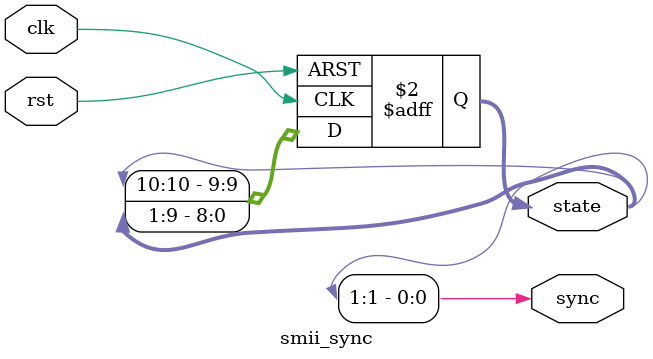
<source format=v>
module smii_sync
  (
   // SMII sync
    output            sync,
   // internal
    output reg [1:10] state,
   // clock amd reset
    input 	      clk,
    input 	      rst
   );
   
   // sync shall go high every 10:th cycle
   always @ (posedge clk or posedge rst)
     if (rst)
       state <= 10'b0000000001;
     else
       state <= {state[10],state[1:9]};

   assign sync = state[1];
   
endmodule // smii_sync

</source>
